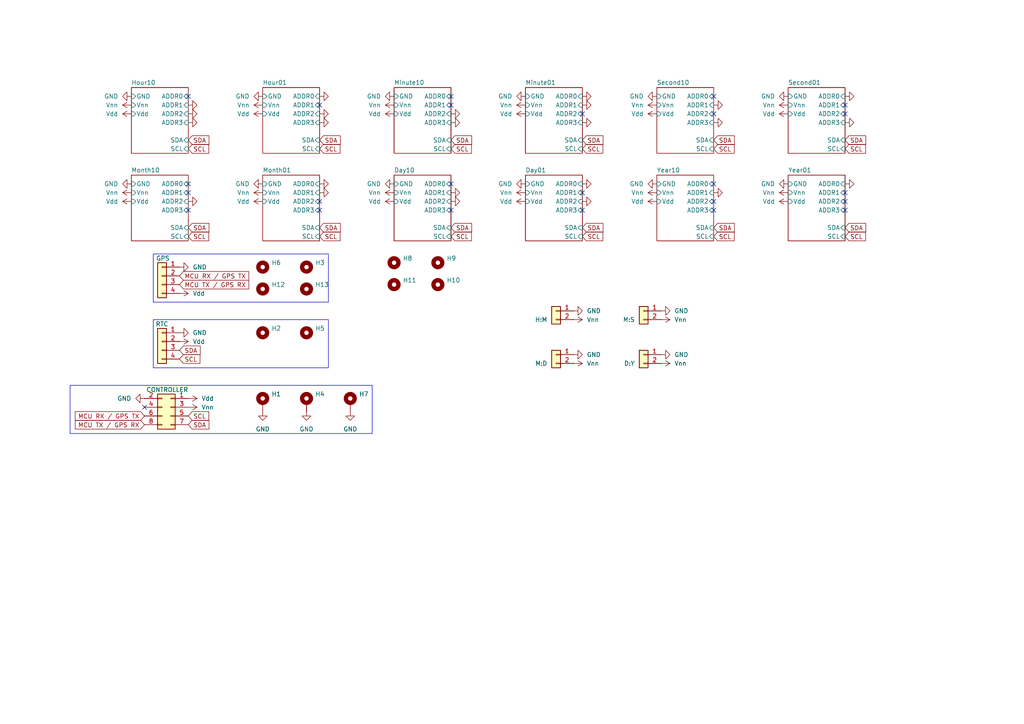
<source format=kicad_sch>
(kicad_sch (version 20231120) (generator "eeschema") (generator_version "8.0")
  (paper "A4")
  (lib_symbols
    (symbol "Connector_Generic:Conn_01x02" (pin_names (offset 1.016) hide)
      (property "Reference" "J" (at 0 2.54 0))
      (property "Value" "Conn_01x02" (at 0 -5.08 0))
      (symbol "Conn_01x02_1_1"
        (rectangle (start -1.27 -2.413) (end 0 -2.667) (stroke (width 0.1524)))
        (rectangle (start -1.27 0.127) (end 0 -0.127) (stroke (width 0.1524)))
        (rectangle (start -1.27 1.27) (end 1.27 -3.81) (stroke (width 0.254)) (fill (type background)))
        (pin passive line (at -5.08 0 0) (length 3.81) (name "Pin_1") (number "1"))
        (pin passive line (at -5.08 -2.54 0) (length 3.81) (name "Pin_2") (number "2"))
      )
    )
    (symbol "Connector_Generic:Conn_01x04" (pin_names (offset 1.016) hide)
      (property "Reference" "J" (at 0 5.08 0))
      (property "Value" "Conn_01x04" (at 0 -7.62 0))
      (symbol "Conn_01x04_1_1"
        (rectangle (start -1.27 -4.953) (end 0 -5.207) (stroke (width 0.1524)))
        (rectangle (start -1.27 -2.413) (end 0 -2.667) (stroke (width 0.1524)))
        (rectangle (start -1.27 0.127) (end 0 -0.127) (stroke (width 0.1524)))
        (rectangle (start -1.27 2.667) (end 0 2.413) (stroke (width 0.1524)))
        (rectangle (start -1.27 3.81) (end 1.27 -6.35) (stroke (width 0.254)) (fill (type background)))
        (pin passive line (at -5.08 2.54 0) (length 3.81) (name "Pin_1") (number "1"))
        (pin passive line (at -5.08 0 0) (length 3.81) (name "Pin_2") (number "2"))
        (pin passive line (at -5.08 -2.54 0) (length 3.81) (name "Pin_3") (number "3"))
        (pin passive line (at -5.08 -5.08 0) (length 3.81) (name "Pin_4") (number "4"))
      )
    )
    (symbol "Connector_Generic:Conn_02x04_Odd_Even" (pin_names (offset 1.016) hide)
      (property "Reference" "J" (at 1.27 5.08 0))
      (property "Value" "Conn_02x04_Odd_Even" (at 1.27 -7.62 0))
      (symbol "Conn_02x04_Odd_Even_1_1"
        (rectangle (start -1.27 -4.953) (end 0 -5.207) (stroke (width 0.1524)))
        (rectangle (start -1.27 -2.413) (end 0 -2.667) (stroke (width 0.1524)))
        (rectangle (start -1.27 0.127) (end 0 -0.127) (stroke (width 0.1524)))
        (rectangle (start -1.27 2.667) (end 0 2.413) (stroke (width 0.1524)))
        (rectangle (start -1.27 3.81) (end 3.81 -6.35) (stroke (width 0.254)) (fill (type background)))
        (rectangle (start 3.81 -4.953) (end 2.54 -5.207) (stroke (width 0.1524)))
        (rectangle (start 3.81 -2.413) (end 2.54 -2.667) (stroke (width 0.1524)))
        (rectangle (start 3.81 0.127) (end 2.54 -0.127) (stroke (width 0.1524)))
        (rectangle (start 3.81 2.667) (end 2.54 2.413) (stroke (width 0.1524)))
        (pin passive line (at -5.08 2.54 0) (length 3.81) (name "Pin_1") (number "1"))
        (pin passive line (at 7.62 2.54 180) (length 3.81) (name "Pin_2") (number "2"))
        (pin passive line (at -5.08 0 0) (length 3.81) (name "Pin_3") (number "3"))
        (pin passive line (at 7.62 0 180) (length 3.81) (name "Pin_4") (number "4"))
        (pin passive line (at -5.08 -2.54 0) (length 3.81) (name "Pin_5") (number "5"))
        (pin passive line (at 7.62 -2.54 180) (length 3.81) (name "Pin_6") (number "6"))
        (pin passive line (at -5.08 -5.08 0) (length 3.81) (name "Pin_7") (number "7"))
        (pin passive line (at 7.62 -5.08 180) (length 3.81) (name "Pin_8") (number "8"))
      )
    )
    (symbol "Mechanical:MountingHole" (pin_names (offset 1.016)) (exclude_from_sim yes) (in_bom no)
      (property "Reference" "H" (at 0 5.08 0))
      (property "Value" "MountingHole" (at 0 3.175 0))
      (symbol "MountingHole_0_1"
        (circle (center 0 0) (radius 1.27) (stroke (width 1.27)))
      )
    )
    (symbol "Mechanical:MountingHole_Pad" (pin_numbers hide) (pin_names (offset 1.016) hide) (exclude_from_sim yes) (in_bom no)
      (property "Reference" "H" (at 0 6.35 0))
      (property "Value" "MountingHole_Pad" (at 0 4.445 0))
      (symbol "MountingHole_Pad_0_1"
        (circle (center 0 1.27) (radius 1.27) (stroke (width 1.27)))
      )
      (symbol "MountingHole_Pad_1_1"
        (pin input line (at 0 -2.54 90) (length 2.54) (name "1") (number "1"))
      )
    )
    (symbol "power:+5V" (power) (pin_numbers hide) (pin_names (offset 0) hide)
      (property "Value" "+5V" (at 0 3.556 0))
      (symbol "+5V_0_1"
        (polyline (pts (xy -0.762 1.27) (xy 0 2.54)))
        (polyline (pts (xy 0 0) (xy 0 2.54)))
        (polyline (pts (xy 0 2.54) (xy 0.762 1.27)))
      )
      (symbol "+5V_1_1"
        (pin power_in line (at 0 0 90) (length 0) (name "~") (number "1"))
      )
    )
    (symbol "power:GND" (power) (pin_numbers hide) (pin_names (offset 0) hide)
      (property "Value" "GND" (at 0 -3.81 0))
      (symbol "GND_0_1"
        (polyline (pts (xy 0 0) (xy 0 -1.27) (xy 1.27 -1.27) (xy 0 -2.54) (xy -1.27 -1.27) (xy 0 -1.27)))
      )
      (symbol "GND_1_1"
        (pin power_in line (at 0 0 270) (length 0) (name "~") (number "1"))
      )
    )
  )
  (no_connect (at 207.01 53.34))
  (no_connect (at 41.91 118.11))
  (no_connect (at 245.11 30.48))
  (no_connect (at 245.11 55.88))
  (no_connect (at 168.91 55.88))
  (no_connect (at 130.81 60.96))
  (no_connect (at 54.61 55.88))
  (no_connect (at 207.01 33.02))
  (no_connect (at 245.11 58.42))
  (no_connect (at 54.61 53.34))
  (no_connect (at 207.01 58.42))
  (no_connect (at 54.61 60.96))
  (no_connect (at 130.81 30.48))
  (no_connect (at 245.11 33.02))
  (no_connect (at 92.71 60.96))
  (no_connect (at 168.91 60.96))
  (no_connect (at 168.91 33.02))
  (no_connect (at 92.71 58.42))
  (no_connect (at 92.71 30.48))
  (no_connect (at 207.01 60.96))
  (no_connect (at 207.01 27.94))
  (no_connect (at 130.81 53.34))
  (no_connect (at 130.81 27.94))
  (no_connect (at 245.11 60.96))
  (no_connect (at 54.61 27.94))
  (rectangle (start 44.45 73.66) (end 95.25 87.63))
  (rectangle (start 20.32 111.76) (end 107.95 125.73))
  (rectangle (start 44.45 92.71) (end 95.25 106.68))
  (global_label "SDA" (shape input) (at 130.81 66.04 0) (property "Intersheetrefs" "${INTERSHEET_REFS}" (effects (hide yes))))
  (global_label "SCL" (shape input) (at 207.01 68.58 0) (property "Intersheetrefs" "${INTERSHEET_REFS}" (effects (hide yes))))
  (global_label "SCL" (shape input) (at 54.61 120.65 0) (property "Intersheetrefs" "${INTERSHEET_REFS}" (effects (hide yes))))
  (global_label "SDA" (shape input) (at 52.07 101.6 0) (property "Intersheetrefs" "${INTERSHEET_REFS}" (effects (hide yes))))
  (global_label "MCU TX {slash} GPS RX" (shape input) (at 41.91 123.19 180) (property "Intersheetrefs" "${INTERSHEET_REFS}" (effects (hide yes))))
  (global_label "SDA" (shape input) (at 92.71 40.64 0) (property "Intersheetrefs" "${INTERSHEET_REFS}" (effects (hide yes))))
  (global_label "SCL" (shape input) (at 92.71 43.18 0) (property "Intersheetrefs" "${INTERSHEET_REFS}" (effects (hide yes))))
  (global_label "SCL" (shape input) (at 92.71 68.58 0) (property "Intersheetrefs" "${INTERSHEET_REFS}" (effects (hide yes))))
  (global_label "MCU TX {slash} GPS RX" (shape input) (at 52.07 82.55 0) (property "Intersheetrefs" "${INTERSHEET_REFS}" (effects (hide yes))))
  (global_label "SDA" (shape input) (at 207.01 40.64 0) (property "Intersheetrefs" "${INTERSHEET_REFS}" (effects (hide yes))))
  (global_label "SDA" (shape input) (at 92.71 66.04 0) (property "Intersheetrefs" "${INTERSHEET_REFS}" (effects (hide yes))))
  (global_label "SDA" (shape input) (at 207.01 66.04 0) (property "Intersheetrefs" "${INTERSHEET_REFS}" (effects (hide yes))))
  (global_label "MCU RX {slash} GPS TX" (shape input) (at 41.91 120.65 180) (property "Intersheetrefs" "${INTERSHEET_REFS}" (effects (hide yes))))
  (global_label "SCL" (shape input) (at 168.91 43.18 0) (property "Intersheetrefs" "${INTERSHEET_REFS}" (effects (hide yes))))
  (global_label "SCL" (shape input) (at 54.61 68.58 0) (property "Intersheetrefs" "${INTERSHEET_REFS}" (effects (hide yes))))
  (global_label "SCL" (shape input) (at 130.81 43.18 0) (property "Intersheetrefs" "${INTERSHEET_REFS}" (effects (hide yes))))
  (global_label "SCL" (shape input) (at 54.61 43.18 0) (property "Intersheetrefs" "${INTERSHEET_REFS}" (effects (hide yes))))
  (global_label "MCU RX {slash} GPS TX" (shape input) (at 52.07 80.01 0) (property "Intersheetrefs" "${INTERSHEET_REFS}" (effects (hide yes))))
  (global_label "SDA" (shape input) (at 168.91 66.04 0) (property "Intersheetrefs" "${INTERSHEET_REFS}" (effects (hide yes))))
  (global_label "SCL" (shape input) (at 168.91 68.58 0) (property "Intersheetrefs" "${INTERSHEET_REFS}" (effects (hide yes))))
  (global_label "SDA" (shape input) (at 54.61 66.04 0) (property "Intersheetrefs" "${INTERSHEET_REFS}" (effects (hide yes))))
  (global_label "SCL" (shape input) (at 245.11 68.58 0) (property "Intersheetrefs" "${INTERSHEET_REFS}" (effects (hide yes))))
  (global_label "SDA" (shape input) (at 168.91 40.64 0) (property "Intersheetrefs" "${INTERSHEET_REFS}" (effects (hide yes))))
  (global_label "SCL" (shape input) (at 245.11 43.18 0) (property "Intersheetrefs" "${INTERSHEET_REFS}" (effects (hide yes))))
  (global_label "SDA" (shape input) (at 54.61 40.64 0) (property "Intersheetrefs" "${INTERSHEET_REFS}" (effects (hide yes))))
  (global_label "SCL" (shape input) (at 52.07 104.14 0) (property "Intersheetrefs" "${INTERSHEET_REFS}" (effects (hide yes))))
  (global_label "SDA" (shape input) (at 54.61 123.19 0) (property "Intersheetrefs" "${INTERSHEET_REFS}" (effects (hide yes))))
  (global_label "SDA" (shape input) (at 245.11 40.64 0) (property "Intersheetrefs" "${INTERSHEET_REFS}" (effects (hide yes))))
  (global_label "SCL" (shape input) (at 130.81 68.58 0) (property "Intersheetrefs" "${INTERSHEET_REFS}" (effects (hide yes))))
  (global_label "SDA" (shape input) (at 245.11 66.04 0) (property "Intersheetrefs" "${INTERSHEET_REFS}" (effects (hide yes))))
  (global_label "SDA" (shape input) (at 130.81 40.64 0) (property "Intersheetrefs" "${INTERSHEET_REFS}" (effects (hide yes))))
  (global_label "SCL" (shape input) (at 207.01 43.18 0) (property "Intersheetrefs" "${INTERSHEET_REFS}" (effects (hide yes))))
  (symbol (lib_id "Mechanical:MountingHole") (at 88.9 96.52 0) (unit 1) (exclude_from_sim yes) (in_bom no)
    (property "Reference" "H5" (at 91.44 95.2499 0) (effects (justify left)))
    (property "Value" "MountingHole" (effects (hide yes)))
    (property "Footprint" "MountingHole:MountingHole_2.5mm" (effects (hide yes)))
    (property "Description" "Mounting Hole without connection" (effects (hide yes)))
  )
  (symbol (lib_id "power:GND") (at 41.91 115.57 270) (unit 1)
    (property "Reference" "#PWR07" (effects (hide yes)))
    (property "Value" "GND" (at 38.1 115.5701 90) (effects (justify right)))
    (property "Description" "Power symbol creates a global label with name \"GND\" , ground" (effects (hide yes)))
  )
  (symbol (lib_id "power:+5V") (at 38.1 58.42 90) (unit 1)
    (property "Reference" "#PWR06" (effects (hide yes)))
    (property "Value" "Vdd" (at 34.29 58.4199 90) (effects (justify left)))
    (property "Description" "Power symbol creates a global label with name \"+5V\"" (effects (hide yes)))
  )
  (symbol (lib_id "power:+5V") (at 76.2 30.48 90) (unit 1)
    (property "Reference" "#PWR020" (effects (hide yes)))
    (property "Value" "Vnn" (at 72.39 30.4799 90) (effects (justify left)))
    (property "Description" "Power symbol creates a global label with name \"+5V\"" (effects (hide yes)))
  )
  (symbol (lib_id "Mechanical:MountingHole") (at 88.9 83.82 0) (unit 1) (exclude_from_sim yes) (in_bom no)
    (property "Reference" "H13" (at 91.44 82.5499 0) (effects (justify left)))
    (property "Value" "MountingHole" (effects (hide yes)))
    (property "Footprint" "MountingHole:MountingHole_3.2mm_M3" (effects (hide yes)))
    (property "Description" "Mounting Hole without connection" (effects (hide yes)))
  )
  (symbol (lib_id "Mechanical:MountingHole_Pad") (at 88.9 116.84 0) (unit 1) (exclude_from_sim yes) (in_bom no)
    (property "Reference" "H4" (at 91.44 114.2999 0) (effects (justify left)))
    (property "Value" "MountingHole_Pad" (effects (hide yes)))
    (property "Footprint" "MountingHole:MountingHole_2.5mm_Pad" (effects (hide yes)))
    (property "Description" "Mounting Hole with connection" (effects (hide yes)))
  )
  (symbol (lib_id "power:GND") (at 92.71 35.56 90) (unit 1)
    (property "Reference" "#PWR029" (effects (hide yes)))
    (property "Value" "GND" (effects (hide yes)))
    (property "Description" "Power symbol creates a global label with name \"GND\" , ground" (effects (hide yes)))
  )
  (symbol (lib_id "power:GND") (at 207.01 30.48 90) (unit 1)
    (property "Reference" "#PWR067" (effects (hide yes)))
    (property "Value" "GND" (effects (hide yes)))
    (property "Description" "Power symbol creates a global label with name \"GND\" , ground" (effects (hide yes)))
  )
  (symbol (lib_id "power:GND") (at 52.07 96.52 90) (unit 1)
    (property "Reference" "#PWR015" (effects (hide yes)))
    (property "Value" "GND" (at 55.88 96.5199 90) (effects (justify right)))
    (property "Description" "Power symbol creates a global label with name \"GND\" , ground" (effects (hide yes)))
  )
  (symbol (lib_id "Mechanical:MountingHole") (at 76.2 96.52 0) (unit 1) (exclude_from_sim yes) (in_bom no)
    (property "Reference" "H2" (at 78.74 95.2499 0) (effects (justify left)))
    (property "Value" "MountingHole" (effects (hide yes)))
    (property "Footprint" "MountingHole:MountingHole_2.5mm" (effects (hide yes)))
    (property "Description" "Mounting Hole without connection" (effects (hide yes)))
  )
  (symbol (lib_id "power:+5V") (at 152.4 58.42 90) (unit 1)
    (property "Reference" "#PWR047" (effects (hide yes)))
    (property "Value" "Vdd" (at 148.59 58.4199 90) (effects (justify left)))
    (property "Description" "Power symbol creates a global label with name \"+5V\"" (effects (hide yes)))
  )
  (symbol (lib_id "power:GND") (at 54.61 30.48 90) (unit 1)
    (property "Reference" "#PWR08" (effects (hide yes)))
    (property "Value" "GND" (effects (hide yes)))
    (property "Description" "Power symbol creates a global label with name \"GND\" , ground" (effects (hide yes)))
  )
  (symbol (lib_id "power:GND") (at 191.77 102.87 90) (unit 1)
    (property "Reference" "#PWR065" (effects (hide yes)))
    (property "Value" "GND" (at 195.58 102.8699 90) (effects (justify right)))
    (property "Description" "Power symbol creates a global label with name \"GND\" , ground" (effects (hide yes)))
  )
  (symbol (lib_id "power:+5V") (at 52.07 85.09 270) (unit 1)
    (property "Reference" "#PWR014" (effects (hide yes)))
    (property "Value" "Vdd" (at 55.88 85.0899 90) (effects (justify left)))
    (property "Description" "Power symbol creates a global label with name \"+5V\"" (effects (hide yes)))
  )
  (symbol (lib_id "power:+5V") (at 114.3 55.88 90) (unit 1)
    (property "Reference" "#PWR037" (effects (hide yes)))
    (property "Value" "Vnn" (at 110.49 55.8799 90) (effects (justify left)))
    (property "Description" "Power symbol creates a global label with name \"+5V\"" (effects (hide yes)))
  )
  (symbol (lib_id "power:GND") (at 168.91 27.94 90) (unit 1)
    (property "Reference" "#PWR052" (effects (hide yes)))
    (property "Value" "GND" (effects (hide yes)))
    (property "Description" "Power symbol creates a global label with name \"GND\" , ground" (effects (hide yes)))
  )
  (symbol (lib_id "Connector_Generic:Conn_01x02") (at 186.69 90.17 0) (mirror y) (unit 1)
    (property "Reference" "J6" (effects (hide yes)))
    (property "Value" "M:S" (at 184.15 92.7099 0) (effects (justify left)))
    (property "Footprint" "Connector_PinSocket_2.54mm:PinSocket_1x02_P2.54mm_Vertical" (effects (hide yes)))
    (property "Description" "Generic connector, single row, 01x02, script generated (kicad-library-utils/schlib/autogen/connector/)" (effects (hide yes)))
  )
  (symbol (lib_id "Mechanical:MountingHole") (at 127 82.55 0) (unit 1) (exclude_from_sim yes) (in_bom no)
    (property "Reference" "H10" (at 129.54 81.2799 0) (effects (justify left)))
    (property "Value" "MountingHole" (effects (hide yes)))
    (property "Footprint" "MountingHole:MountingHole_3.2mm_M3" (effects (hide yes)))
    (property "Description" "Mounting Hole without connection" (effects (hide yes)))
  )
  (symbol (lib_id "power:GND") (at 190.5 27.94 270) (unit 1)
    (property "Reference" "#PWR057" (effects (hide yes)))
    (property "Value" "GND" (at 186.69 27.9399 90) (effects (justify right)))
    (property "Description" "Power symbol creates a global label with name \"GND\" , ground" (effects (hide yes)))
  )
  (symbol (lib_id "power:+5V") (at 54.61 115.57 270) (unit 1)
    (property "Reference" "#PWR017" (effects (hide yes)))
    (property "Value" "Vdd" (at 58.42 115.5699 90) (effects (justify left)))
    (property "Description" "Power symbol creates a global label with name \"+5V\"" (effects (hide yes)))
  )
  (symbol (lib_id "power:+5V") (at 190.5 55.88 90) (unit 1)
    (property "Reference" "#PWR061" (effects (hide yes)))
    (property "Value" "Vnn" (at 186.69 55.8799 90) (effects (justify left)))
    (property "Description" "Power symbol creates a global label with name \"+5V\"" (effects (hide yes)))
  )
  (symbol (lib_id "power:GND") (at 228.6 53.34 270) (unit 1)
    (property "Reference" "#PWR073" (effects (hide yes)))
    (property "Value" "GND" (at 224.79 53.3399 90) (effects (justify right)))
    (property "Description" "Power symbol creates a global label with name \"GND\" , ground" (effects (hide yes)))
  )
  (symbol (lib_id "power:+5V") (at 152.4 55.88 90) (unit 1)
    (property "Reference" "#PWR046" (effects (hide yes)))
    (property "Value" "Vnn" (at 148.59 55.8799 90) (effects (justify left)))
    (property "Description" "Power symbol creates a global label with name \"+5V\"" (effects (hide yes)))
  )
  (symbol (lib_id "power:GND") (at 245.11 35.56 90) (unit 1)
    (property "Reference" "#PWR077" (effects (hide yes)))
    (property "Value" "GND" (effects (hide yes)))
    (property "Description" "Power symbol creates a global label with name \"GND\" , ground" (effects (hide yes)))
  )
  (symbol (lib_id "power:GND") (at 130.81 35.56 90) (unit 1)
    (property "Reference" "#PWR040" (effects (hide yes)))
    (property "Value" "GND" (effects (hide yes)))
    (property "Description" "Power symbol creates a global label with name \"GND\" , ground" (effects (hide yes)))
  )
  (symbol (lib_id "power:GND") (at 228.6 27.94 270) (unit 1)
    (property "Reference" "#PWR070" (effects (hide yes)))
    (property "Value" "GND" (at 224.79 27.9399 90) (effects (justify right)))
    (property "Description" "Power symbol creates a global label with name \"GND\" , ground" (effects (hide yes)))
  )
  (symbol (lib_id "power:GND") (at 168.91 53.34 90) (unit 1)
    (property "Reference" "#PWR031" (effects (hide yes)))
    (property "Value" "GND" (effects (hide yes)))
    (property "Description" "Power symbol creates a global label with name \"GND\" , ground" (effects (hide yes)))
  )
  (symbol (lib_id "power:GND") (at 76.2 119.38 0) (unit 1)
    (property "Reference" "#PWR025" (effects (hide yes)))
    (property "Value" "GND" (at 76.2 124.46 0))
    (property "Description" "Power symbol creates a global label with name \"GND\" , ground" (effects (hide yes)))
  )
  (symbol (lib_id "power:+5V") (at 38.1 30.48 90) (unit 1)
    (property "Reference" "#PWR02" (effects (hide yes)))
    (property "Value" "Vnn" (at 34.29 30.4799 90) (effects (justify left)))
    (property "Description" "Power symbol creates a global label with name \"+5V\"" (effects (hide yes)))
  )
  (symbol (lib_id "power:+5V") (at 152.4 33.02 90) (unit 1)
    (property "Reference" "#PWR044" (effects (hide yes)))
    (property "Value" "Vdd" (at 148.59 33.0199 90) (effects (justify left)))
    (property "Description" "Power symbol creates a global label with name \"+5V\"" (effects (hide yes)))
  )
  (symbol (lib_id "power:GND") (at 191.77 90.17 90) (unit 1)
    (property "Reference" "#PWR063" (effects (hide yes)))
    (property "Value" "GND" (at 195.58 90.1699 90) (effects (justify right)))
    (property "Description" "Power symbol creates a global label with name \"GND\" , ground" (effects (hide yes)))
  )
  (symbol (lib_id "power:GND") (at 130.81 33.02 90) (unit 1)
    (property "Reference" "#PWR039" (effects (hide yes)))
    (property "Value" "GND" (effects (hide yes)))
    (property "Description" "Power symbol creates a global label with name \"GND\" , ground" (effects (hide yes)))
  )
  (symbol (lib_id "Connector_Generic:Conn_01x02") (at 186.69 102.87 0) (mirror y) (unit 1)
    (property "Reference" "J7" (effects (hide yes)))
    (property "Value" "D:Y" (at 184.15 105.4099 0) (effects (justify left)))
    (property "Footprint" "Connector_PinSocket_2.54mm:PinSocket_1x02_P2.54mm_Vertical" (effects (hide yes)))
    (property "Description" "Generic connector, single row, 01x02, script generated (kicad-library-utils/schlib/autogen/connector/)" (effects (hide yes)))
  )
  (symbol (lib_id "power:GND") (at 54.61 33.02 90) (unit 1)
    (property "Reference" "#PWR09" (effects (hide yes)))
    (property "Value" "GND" (effects (hide yes)))
    (property "Description" "Power symbol creates a global label with name \"GND\" , ground" (effects (hide yes)))
  )
  (symbol (lib_id "power:GND") (at 168.91 35.56 90) (unit 1)
    (property "Reference" "#PWR054" (effects (hide yes)))
    (property "Value" "GND" (effects (hide yes)))
    (property "Description" "Power symbol creates a global label with name \"GND\" , ground" (effects (hide yes)))
  )
  (symbol (lib_id "power:GND") (at 92.71 33.02 90) (unit 1)
    (property "Reference" "#PWR028" (effects (hide yes)))
    (property "Value" "GND" (effects (hide yes)))
    (property "Description" "Power symbol creates a global label with name \"GND\" , ground" (effects (hide yes)))
  )
  (symbol (lib_id "power:+5V") (at 228.6 58.42 90) (unit 1)
    (property "Reference" "#PWR075" (effects (hide yes)))
    (property "Value" "Vdd" (at 224.79 58.4199 90) (effects (justify left)))
    (property "Description" "Power symbol creates a global label with name \"+5V\"" (effects (hide yes)))
  )
  (symbol (lib_id "power:GND") (at 190.5 53.34 270) (unit 1)
    (property "Reference" "#PWR060" (effects (hide yes)))
    (property "Value" "GND" (at 186.69 53.3399 90) (effects (justify right)))
    (property "Description" "Power symbol creates a global label with name \"GND\" , ground" (effects (hide yes)))
  )
  (symbol (lib_id "Mechanical:MountingHole") (at 88.9 77.47 0) (unit 1) (exclude_from_sim yes) (in_bom no)
    (property "Reference" "H3" (at 91.44 76.1999 0) (effects (justify left)))
    (property "Value" "MountingHole" (effects (hide yes)))
    (property "Footprint" "MountingHole:MountingHole_3.2mm_M3" (effects (hide yes)))
    (property "Description" "Mounting Hole without connection" (effects (hide yes)))
  )
  (symbol (lib_id "Mechanical:MountingHole") (at 114.3 76.2 0) (unit 1) (exclude_from_sim yes) (in_bom no)
    (property "Reference" "H8" (at 116.84 74.9299 0) (effects (justify left)))
    (property "Value" "MountingHole" (effects (hide yes)))
    (property "Footprint" "MountingHole:MountingHole_3.2mm_M3" (effects (hide yes)))
    (property "Description" "Mounting Hole without connection" (effects (hide yes)))
  )
  (symbol (lib_id "power:+5V") (at 38.1 33.02 90) (unit 1)
    (property "Reference" "#PWR03" (effects (hide yes)))
    (property "Value" "Vdd" (at 34.29 33.0199 90) (effects (justify left)))
    (property "Description" "Power symbol creates a global label with name \"+5V\"" (effects (hide yes)))
  )
  (symbol (lib_id "Connector_Generic:Conn_01x04") (at 46.99 99.06 0) (mirror y) (unit 1)
    (property "Reference" "J2" (effects (hide yes)))
    (property "Value" "RTC" (at 46.99 93.98 0))
    (property "Footprint" "Connector_PinSocket_2.54mm:PinSocket_1x04_P2.54mm_Vertical" (effects (hide yes)))
    (property "Description" "Generic connector, single row, 01x04, script generated (kicad-library-utils/schlib/autogen/connector/)" (effects (hide yes)))
  )
  (symbol (lib_id "power:GND") (at 76.2 53.34 270) (unit 1)
    (property "Reference" "#PWR022" (effects (hide yes)))
    (property "Value" "GND" (at 72.39 53.3399 90) (effects (justify right)))
    (property "Description" "Power symbol creates a global label with name \"GND\" , ground" (effects (hide yes)))
  )
  (symbol (lib_id "Mechanical:MountingHole_Pad") (at 76.2 116.84 0) (unit 1) (exclude_from_sim yes) (in_bom no)
    (property "Reference" "H1" (at 78.74 114.2999 0) (effects (justify left)))
    (property "Value" "MountingHole_Pad" (effects (hide yes)))
    (property "Footprint" "MountingHole:MountingHole_2.5mm_Pad" (effects (hide yes)))
    (property "Description" "Mounting Hole with connection" (effects (hide yes)))
  )
  (symbol (lib_id "power:+5V") (at 114.3 33.02 90) (unit 1)
    (property "Reference" "#PWR035" (effects (hide yes)))
    (property "Value" "Vdd" (at 110.49 33.0199 90) (effects (justify left)))
    (property "Description" "Power symbol creates a global label with name \"+5V\"" (effects (hide yes)))
  )
  (symbol (lib_id "power:+5V") (at 114.3 30.48 90) (unit 1)
    (property "Reference" "#PWR034" (effects (hide yes)))
    (property "Value" "Vnn" (at 110.49 30.4799 90) (effects (justify left)))
    (property "Description" "Power symbol creates a global label with name \"+5V\"" (effects (hide yes)))
  )
  (symbol (lib_id "power:GND") (at 168.91 58.42 90) (unit 1)
    (property "Reference" "#PWR030" (effects (hide yes)))
    (property "Value" "GND" (effects (hide yes)))
    (property "Description" "Power symbol creates a global label with name \"GND\" , ground" (effects (hide yes)))
  )
  (symbol (lib_id "power:+5V") (at 228.6 33.02 90) (unit 1)
    (property "Reference" "#PWR072" (effects (hide yes)))
    (property "Value" "Vdd" (at 224.79 33.0199 90) (effects (justify left)))
    (property "Description" "Power symbol creates a global label with name \"+5V\"" (effects (hide yes)))
  )
  (symbol (lib_id "power:+5V") (at 228.6 55.88 90) (unit 1)
    (property "Reference" "#PWR074" (effects (hide yes)))
    (property "Value" "Vnn" (at 224.79 55.8799 90) (effects (justify left)))
    (property "Description" "Power symbol creates a global label with name \"+5V\"" (effects (hide yes)))
  )
  (symbol (lib_id "power:GND") (at 245.11 53.34 90) (unit 1)
    (property "Reference" "#PWR078" (effects (hide yes)))
    (property "Value" "GND" (effects (hide yes)))
    (property "Description" "Power symbol creates a global label with name \"GND\" , ground" (effects (hide yes)))
  )
  (symbol (lib_id "power:GND") (at 114.3 53.34 270) (unit 1)
    (property "Reference" "#PWR036" (effects (hide yes)))
    (property "Value" "GND" (at 110.49 53.3399 90) (effects (justify right)))
    (property "Description" "Power symbol creates a global label with name \"GND\" , ground" (effects (hide yes)))
  )
  (symbol (lib_id "power:GND") (at 166.37 102.87 90) (unit 1)
    (property "Reference" "#PWR050" (effects (hide yes)))
    (property "Value" "GND" (at 170.18 102.8699 90) (effects (justify right)))
    (property "Description" "Power symbol creates a global label with name \"GND\" , ground" (effects (hide yes)))
  )
  (symbol (lib_id "Mechanical:MountingHole") (at 76.2 77.47 0) (unit 1) (exclude_from_sim yes) (in_bom no)
    (property "Reference" "H6" (at 78.74 76.1999 0) (effects (justify left)))
    (property "Value" "MountingHole" (effects (hide yes)))
    (property "Footprint" "MountingHole:MountingHole_3.2mm_M3" (effects (hide yes)))
    (property "Description" "Mounting Hole without connection" (effects (hide yes)))
  )
  (symbol (lib_id "power:GND") (at 92.71 53.34 90) (unit 1)
    (property "Reference" "#PWR056" (effects (hide yes)))
    (property "Value" "GND" (effects (hide yes)))
    (property "Description" "Power symbol creates a global label with name \"GND\" , ground" (effects (hide yes)))
  )
  (symbol (lib_id "power:GND") (at 76.2 27.94 270) (unit 1)
    (property "Reference" "#PWR019" (effects (hide yes)))
    (property "Value" "GND" (at 72.39 27.9399 90) (effects (justify right)))
    (property "Description" "Power symbol creates a global label with name \"GND\" , ground" (effects (hide yes)))
  )
  (symbol (lib_id "power:GND") (at 207.01 55.88 90) (unit 1)
    (property "Reference" "#PWR069" (effects (hide yes)))
    (property "Value" "GND" (effects (hide yes)))
    (property "Description" "Power symbol creates a global label with name \"GND\" , ground" (effects (hide yes)))
  )
  (symbol (lib_id "power:GND") (at 92.71 27.94 90) (unit 1)
    (property "Reference" "#PWR027" (effects (hide yes)))
    (property "Value" "GND" (effects (hide yes)))
    (property "Description" "Power symbol creates a global label with name \"GND\" , ground" (effects (hide yes)))
  )
  (symbol (lib_id "power:GND") (at 207.01 35.56 90) (unit 1)
    (property "Reference" "#PWR068" (effects (hide yes)))
    (property "Value" "GND" (effects (hide yes)))
    (property "Description" "Power symbol creates a global label with name \"GND\" , ground" (effects (hide yes)))
  )
  (symbol (lib_id "power:+5V") (at 191.77 92.71 270) (unit 1)
    (property "Reference" "#PWR064" (effects (hide yes)))
    (property "Value" "Vnn" (at 195.58 92.7099 90) (effects (justify left)))
    (property "Description" "Power symbol creates a global label with name \"+5V\"" (effects (hide yes)))
  )
  (symbol (lib_id "power:+5V") (at 190.5 33.02 90) (unit 1)
    (property "Reference" "#PWR059" (effects (hide yes)))
    (property "Value" "Vdd" (at 186.69 33.0199 90) (effects (justify left)))
    (property "Description" "Power symbol creates a global label with name \"+5V\"" (effects (hide yes)))
  )
  (symbol (lib_id "power:GND") (at 101.6 119.38 0) (unit 1)
    (property "Reference" "#PWR032" (effects (hide yes)))
    (property "Value" "GND" (at 101.6 124.46 0))
    (property "Description" "Power symbol creates a global label with name \"GND\" , ground" (effects (hide yes)))
  )
  (symbol (lib_id "power:GND") (at 114.3 27.94 270) (unit 1)
    (property "Reference" "#PWR033" (effects (hide yes)))
    (property "Value" "GND" (at 110.49 27.9399 90) (effects (justify right)))
    (property "Description" "Power symbol creates a global label with name \"GND\" , ground" (effects (hide yes)))
  )
  (symbol (lib_id "Mechanical:MountingHole_Pad") (at 101.6 116.84 0) (unit 1) (exclude_from_sim yes) (in_bom no)
    (property "Reference" "H7" (at 104.14 114.2999 0) (effects (justify left)))
    (property "Value" "MountingHole_Pad" (effects (hide yes)))
    (property "Footprint" "MountingHole:MountingHole_2.5mm_Pad" (effects (hide yes)))
    (property "Description" "Mounting Hole with connection" (effects (hide yes)))
  )
  (symbol (lib_id "power:GND") (at 130.81 55.88 90) (unit 1)
    (property "Reference" "#PWR011" (effects (hide yes)))
    (property "Value" "GND" (effects (hide yes)))
    (property "Description" "Power symbol creates a global label with name \"GND\" , ground" (effects (hide yes)))
  )
  (symbol (lib_id "power:GND") (at 88.9 119.38 0) (unit 1)
    (property "Reference" "#PWR026" (effects (hide yes)))
    (property "Value" "GND" (at 88.9 124.46 0))
    (property "Description" "Power symbol creates a global label with name \"GND\" , ground" (effects (hide yes)))
  )
  (symbol (lib_id "power:GND") (at 38.1 27.94 270) (unit 1)
    (property "Reference" "#PWR01" (effects (hide yes)))
    (property "Value" "GND" (at 34.29 27.9399 90) (effects (justify right)))
    (property "Description" "Power symbol creates a global label with name \"GND\" , ground" (effects (hide yes)))
  )
  (symbol (lib_id "power:+5V") (at 152.4 30.48 90) (unit 1)
    (property "Reference" "#PWR043" (effects (hide yes)))
    (property "Value" "Vnn" (at 148.59 30.4799 90) (effects (justify left)))
    (property "Description" "Power symbol creates a global label with name \"+5V\"" (effects (hide yes)))
  )
  (symbol (lib_id "power:GND") (at 54.61 58.42 90) (unit 1)
    (property "Reference" "#PWR041" (effects (hide yes)))
    (property "Value" "GND" (effects (hide yes)))
    (property "Description" "Power symbol creates a global label with name \"GND\" , ground" (effects (hide yes)))
  )
  (symbol (lib_id "Connector_Generic:Conn_01x02") (at 161.29 90.17 0) (mirror y) (unit 1)
    (property "Reference" "J4" (effects (hide yes)))
    (property "Value" "H:M" (at 158.75 92.7099 0) (effects (justify left)))
    (property "Footprint" "Connector_PinSocket_2.54mm:PinSocket_1x02_P2.54mm_Vertical" (effects (hide yes)))
    (property "Description" "Generic connector, single row, 01x02, script generated (kicad-library-utils/schlib/autogen/connector/)" (effects (hide yes)))
  )
  (symbol (lib_id "power:GND") (at 52.07 77.47 90) (unit 1)
    (property "Reference" "#PWR013" (effects (hide yes)))
    (property "Value" "GND" (at 55.88 77.4699 90) (effects (justify right)))
    (property "Description" "Power symbol creates a global label with name \"GND\" , ground" (effects (hide yes)))
  )
  (symbol (lib_id "power:GND") (at 168.91 30.48 90) (unit 1)
    (property "Reference" "#PWR053" (effects (hide yes)))
    (property "Value" "GND" (effects (hide yes)))
    (property "Description" "Power symbol creates a global label with name \"GND\" , ground" (effects (hide yes)))
  )
  (symbol (lib_id "power:+5V") (at 190.5 58.42 90) (unit 1)
    (property "Reference" "#PWR062" (effects (hide yes)))
    (property "Value" "Vdd" (at 186.69 58.4199 90) (effects (justify left)))
    (property "Description" "Power symbol creates a global label with name \"+5V\"" (effects (hide yes)))
  )
  (symbol (lib_id "power:+5V") (at 54.61 118.11 270) (unit 1)
    (property "Reference" "#PWR018" (effects (hide yes)))
    (property "Value" "Vnn" (at 58.42 118.1099 90) (effects (justify left)))
    (property "Description" "Power symbol creates a global label with name \"+5V\"" (effects (hide yes)))
  )
  (symbol (lib_id "power:+5V") (at 166.37 105.41 270) (unit 1)
    (property "Reference" "#PWR051" (effects (hide yes)))
    (property "Value" "Vnn" (at 170.18 105.4099 90) (effects (justify left)))
    (property "Description" "Power symbol creates a global label with name \"+5V\"" (effects (hide yes)))
  )
  (symbol (lib_id "power:GND") (at 54.61 35.56 90) (unit 1)
    (property "Reference" "#PWR010" (effects (hide yes)))
    (property "Value" "GND" (effects (hide yes)))
    (property "Description" "Power symbol creates a global label with name \"GND\" , ground" (effects (hide yes)))
  )
  (symbol (lib_id "power:+5V") (at 76.2 33.02 90) (unit 1)
    (property "Reference" "#PWR021" (effects (hide yes)))
    (property "Value" "Vdd" (at 72.39 33.0199 90) (effects (justify left)))
    (property "Description" "Power symbol creates a global label with name \"+5V\"" (effects (hide yes)))
  )
  (symbol (lib_id "Connector_Generic:Conn_02x04_Odd_Even") (at 49.53 118.11 0) (mirror y) (unit 1)
    (property "Reference" "J3" (effects (hide yes)))
    (property "Value" "CONTROLLER" (at 48.514 113.03 0))
    (property "Footprint" "Connector_PinSocket_2.54mm:PinSocket_2x04_P2.54mm_Vertical" (effects (hide yes)))
    (property "Description" "Generic connector, double row, 02x04, odd/even pin numbering scheme (row 1 odd numbers, row 2 even numbers), script generated (kicad-library-utils/schlib/autogen/connector/)" (effects (hide yes)))
  )
  (symbol (lib_id "power:+5V") (at 228.6 30.48 90) (unit 1)
    (property "Reference" "#PWR071" (effects (hide yes)))
    (property "Value" "Vnn" (at 224.79 30.4799 90) (effects (justify left)))
    (property "Description" "Power symbol creates a global label with name \"+5V\"" (effects (hide yes)))
  )
  (symbol (lib_id "Connector_Generic:Conn_01x04") (at 46.99 80.01 0) (mirror y) (unit 1)
    (property "Reference" "J1" (effects (hide yes)))
    (property "Value" "GPS" (at 47.244 74.93 0))
    (property "Footprint" "Connector_PinSocket_2.54mm:PinSocket_1x04_P2.54mm_Vertical" (effects (hide yes)))
    (property "Description" "Generic connector, single row, 01x04, script generated (kicad-library-utils/schlib/autogen/connector/)" (effects (hide yes)))
  )
  (symbol (lib_id "power:GND") (at 38.1 53.34 270) (unit 1)
    (property "Reference" "#PWR04" (effects (hide yes)))
    (property "Value" "GND" (at 34.29 53.3399 90) (effects (justify right)))
    (property "Description" "Power symbol creates a global label with name \"GND\" , ground" (effects (hide yes)))
  )
  (symbol (lib_id "power:+5V") (at 76.2 58.42 90) (unit 1)
    (property "Reference" "#PWR024" (effects (hide yes)))
    (property "Value" "Vdd" (at 72.39 58.4199 90) (effects (justify left)))
    (property "Description" "Power symbol creates a global label with name \"+5V\"" (effects (hide yes)))
  )
  (symbol (lib_id "power:+5V") (at 191.77 105.41 270) (unit 1)
    (property "Reference" "#PWR066" (effects (hide yes)))
    (property "Value" "Vnn" (at 195.58 105.4099 90) (effects (justify left)))
    (property "Description" "Power symbol creates a global label with name \"+5V\"" (effects (hide yes)))
  )
  (symbol (lib_id "Connector_Generic:Conn_01x02") (at 161.29 102.87 0) (mirror y) (unit 1)
    (property "Reference" "J5" (effects (hide yes)))
    (property "Value" "M:D" (at 158.75 105.4099 0) (effects (justify left)))
    (property "Footprint" "Connector_PinSocket_2.54mm:PinSocket_1x02_P2.54mm_Vertical" (effects (hide yes)))
    (property "Description" "Generic connector, single row, 01x02, script generated (kicad-library-utils/schlib/autogen/connector/)" (effects (hide yes)))
  )
  (symbol (lib_id "power:GND") (at 166.37 90.17 90) (unit 1)
    (property "Reference" "#PWR048" (effects (hide yes)))
    (property "Value" "GND" (at 170.18 90.1699 90) (effects (justify right)))
    (property "Description" "Power symbol creates a global label with name \"GND\" , ground" (effects (hide yes)))
  )
  (symbol (lib_id "Mechanical:MountingHole") (at 127 76.2 0) (unit 1) (exclude_from_sim yes) (in_bom no)
    (property "Reference" "H9" (at 129.54 74.9299 0) (effects (justify left)))
    (property "Value" "MountingHole" (effects (hide yes)))
    (property "Footprint" "MountingHole:MountingHole_3.2mm_M3" (effects (hide yes)))
    (property "Description" "Mounting Hole without connection" (effects (hide yes)))
  )
  (symbol (lib_id "power:+5V") (at 114.3 58.42 90) (unit 1)
    (property "Reference" "#PWR038" (effects (hide yes)))
    (property "Value" "Vdd" (at 110.49 58.4199 90) (effects (justify left)))
    (property "Description" "Power symbol creates a global label with name \"+5V\"" (effects (hide yes)))
  )
  (symbol (lib_id "Mechanical:MountingHole") (at 76.2 83.82 0) (unit 1) (exclude_from_sim yes) (in_bom no)
    (property "Reference" "H12" (at 78.74 82.5499 0) (effects (justify left)))
    (property "Value" "MountingHole" (effects (hide yes)))
    (property "Footprint" "MountingHole:MountingHole_3.2mm_M3" (effects (hide yes)))
    (property "Description" "Mounting Hole without connection" (effects (hide yes)))
  )
  (symbol (lib_id "power:+5V") (at 190.5 30.48 90) (unit 1)
    (property "Reference" "#PWR058" (effects (hide yes)))
    (property "Value" "Vnn" (at 186.69 30.4799 90) (effects (justify left)))
    (property "Description" "Power symbol creates a global label with name \"+5V\"" (effects (hide yes)))
  )
  (symbol (lib_id "power:GND") (at 130.81 58.42 90) (unit 1)
    (property "Reference" "#PWR012" (effects (hide yes)))
    (property "Value" "GND" (effects (hide yes)))
    (property "Description" "Power symbol creates a global label with name \"GND\" , ground" (effects (hide yes)))
  )
  (symbol (lib_id "power:+5V") (at 76.2 55.88 90) (unit 1)
    (property "Reference" "#PWR023" (effects (hide yes)))
    (property "Value" "Vnn" (at 72.39 55.8799 90) (effects (justify left)))
    (property "Description" "Power symbol creates a global label with name \"+5V\"" (effects (hide yes)))
  )
  (symbol (lib_id "power:GND") (at 92.71 55.88 90) (unit 1)
    (property "Reference" "#PWR055" (effects (hide yes)))
    (property "Value" "GND" (effects (hide yes)))
    (property "Description" "Power symbol creates a global label with name \"GND\" , ground" (effects (hide yes)))
  )
  (symbol (lib_id "power:+5V") (at 52.07 99.06 270) (unit 1)
    (property "Reference" "#PWR016" (effects (hide yes)))
    (property "Value" "Vdd" (at 55.88 99.0599 90) (effects (justify left)))
    (property "Description" "Power symbol creates a global label with name \"+5V\"" (effects (hide yes)))
  )
  (symbol (lib_id "power:GND") (at 152.4 27.94 270) (unit 1)
    (property "Reference" "#PWR042" (effects (hide yes)))
    (property "Value" "GND" (at 148.59 27.9399 90) (effects (justify right)))
    (property "Description" "Power symbol creates a global label with name \"GND\" , ground" (effects (hide yes)))
  )
  (symbol (lib_id "power:+5V") (at 38.1 55.88 90) (unit 1)
    (property "Reference" "#PWR05" (effects (hide yes)))
    (property "Value" "Vnn" (at 34.29 55.8799 90) (effects (justify left)))
    (property "Description" "Power symbol creates a global label with name \"+5V\"" (effects (hide yes)))
  )
  (symbol (lib_id "power:GND") (at 152.4 53.34 270) (unit 1)
    (property "Reference" "#PWR045" (effects (hide yes)))
    (property "Value" "GND" (at 148.59 53.3399 90) (effects (justify right)))
    (property "Description" "Power symbol creates a global label with name \"GND\" , ground" (effects (hide yes)))
  )
  (symbol (lib_id "power:+5V") (at 166.37 92.71 270) (unit 1)
    (property "Reference" "#PWR049" (effects (hide yes)))
    (property "Value" "Vnn" (at 170.18 92.7099 90) (effects (justify left)))
    (property "Description" "Power symbol creates a global label with name \"+5V\"" (effects (hide yes)))
  )
  (symbol (lib_id "Mechanical:MountingHole") (at 114.3 82.55 0) (unit 1) (exclude_from_sim yes) (in_bom no)
    (property "Reference" "H11" (at 116.84 81.2799 0) (effects (justify left)))
    (property "Value" "MountingHole" (effects (hide yes)))
    (property "Footprint" "MountingHole:MountingHole_3.2mm_M3" (effects (hide yes)))
    (property "Description" "Mounting Hole without connection" (effects (hide yes)))
  )
  (symbol (lib_id "power:GND") (at 245.11 27.94 90) (unit 1)
    (property "Reference" "#PWR076" (effects (hide yes)))
    (property "Value" "GND" (effects (hide yes)))
    (property "Description" "Power symbol creates a global label with name \"GND\" , ground" (effects (hide yes)))
  )
  (sheet (at 152.4 50.8) (size 16.51 19.05) (stroke (width 0.1524))
    (property "Sheetname" "Day01" (at 152.4 50.0884 0) (effects (justify left bottom)))
    (property "Sheetfile" "Nixie Headers.kicad_sch" (effects (hide yes)))
    (pin "GND" input (at 152.4 53.34 180))
    (pin "Vnn" input (at 152.4 55.88 180))
    (pin "Vdd" input (at 152.4 58.42 180))
    (pin "ADDR0" input (at 168.91 53.34 0))
    (pin "ADDR2" input (at 168.91 58.42 0))
    (pin "SCL" input (at 168.91 68.58 0))
    (pin "ADDR1" input (at 168.91 55.88 0))
    (pin "SDA" input (at 168.91 66.04 0))
    (pin "ADDR3" input (at 168.91 60.96 0))
  )
  (sheet (at 152.4 25.4) (size 16.51 19.05) (stroke (width 0.1524))
    (property "Sheetname" "Minute01" (at 152.4 24.6884 0) (effects (justify left bottom)))
    (property "Sheetfile" "Nixie Headers.kicad_sch" (effects (hide yes)))
    (pin "GND" input (at 152.4 27.94 180))
    (pin "Vnn" input (at 152.4 30.48 180))
    (pin "Vdd" input (at 152.4 33.02 180))
    (pin "ADDR0" input (at 168.91 27.94 0))
    (pin "ADDR2" input (at 168.91 33.02 0))
    (pin "SCL" input (at 168.91 43.18 0))
    (pin "ADDR1" input (at 168.91 30.48 0))
    (pin "SDA" input (at 168.91 40.64 0))
    (pin "ADDR3" input (at 168.91 35.56 0))
  )
  (sheet (at 114.3 50.8) (size 16.51 19.05) (stroke (width 0.1524))
    (property "Sheetname" "Day10" (at 114.3 50.0884 0) (effects (justify left bottom)))
    (property "Sheetfile" "Nixie Headers.kicad_sch" (effects (hide yes)))
    (pin "GND" input (at 114.3 53.34 180))
    (pin "Vnn" input (at 114.3 55.88 180))
    (pin "Vdd" input (at 114.3 58.42 180))
    (pin "ADDR0" input (at 130.81 53.34 0))
    (pin "ADDR2" input (at 130.81 58.42 0))
    (pin "SCL" input (at 130.81 68.58 0))
    (pin "ADDR1" input (at 130.81 55.88 0))
    (pin "SDA" input (at 130.81 66.04 0))
    (pin "ADDR3" input (at 130.81 60.96 0))
  )
  (sheet (at 190.5 50.8) (size 16.51 19.05) (stroke (width 0.1524))
    (property "Sheetname" "Year10" (at 190.5 50.0884 0) (effects (justify left bottom)))
    (property "Sheetfile" "Nixie Headers.kicad_sch" (effects (hide yes)))
    (pin "GND" input (at 190.5 53.34 180))
    (pin "Vnn" input (at 190.5 55.88 180))
    (pin "Vdd" input (at 190.5 58.42 180))
    (pin "ADDR0" input (at 207.01 53.34 0))
    (pin "ADDR2" input (at 207.01 58.42 0))
    (pin "SCL" input (at 207.01 68.58 0))
    (pin "ADDR1" input (at 207.01 55.88 0))
    (pin "SDA" input (at 207.01 66.04 0))
    (pin "ADDR3" input (at 207.01 60.96 0))
  )
  (sheet (at 114.3 25.4) (size 16.51 19.05) (stroke (width 0.1524))
    (property "Sheetname" "Minute10" (at 114.3 24.6884 0) (effects (justify left bottom)))
    (property "Sheetfile" "Nixie Headers.kicad_sch" (effects (hide yes)))
    (pin "GND" input (at 114.3 27.94 180))
    (pin "Vnn" input (at 114.3 30.48 180))
    (pin "Vdd" input (at 114.3 33.02 180))
    (pin "ADDR0" input (at 130.81 27.94 0))
    (pin "ADDR2" input (at 130.81 33.02 0))
    (pin "SCL" input (at 130.81 43.18 0))
    (pin "ADDR1" input (at 130.81 30.48 0))
    (pin "SDA" input (at 130.81 40.64 0))
    (pin "ADDR3" input (at 130.81 35.56 0))
  )
  (sheet (at 228.6 25.4) (size 16.51 19.05) (stroke (width 0.1524))
    (property "Sheetname" "Second01" (at 228.6 24.6884 0) (effects (justify left bottom)))
    (property "Sheetfile" "Nixie Headers.kicad_sch" (effects (hide yes)))
    (pin "GND" input (at 228.6 27.94 180))
    (pin "Vnn" input (at 228.6 30.48 180))
    (pin "Vdd" input (at 228.6 33.02 180))
    (pin "ADDR0" input (at 245.11 27.94 0))
    (pin "ADDR2" input (at 245.11 33.02 0))
    (pin "SCL" input (at 245.11 43.18 0))
    (pin "ADDR1" input (at 245.11 30.48 0))
    (pin "SDA" input (at 245.11 40.64 0))
    (pin "ADDR3" input (at 245.11 35.56 0))
  )
  (sheet (at 76.2 50.8) (size 16.51 19.05) (stroke (width 0.1524))
    (property "Sheetname" "Month01" (at 76.2 50.0884 0) (effects (justify left bottom)))
    (property "Sheetfile" "Nixie Headers.kicad_sch" (effects (hide yes)))
    (pin "GND" input (at 76.2 53.34 180))
    (pin "Vnn" input (at 76.2 55.88 180))
    (pin "Vdd" input (at 76.2 58.42 180))
    (pin "ADDR0" input (at 92.71 53.34 0))
    (pin "ADDR2" input (at 92.71 58.42 0))
    (pin "SCL" input (at 92.71 68.58 0))
    (pin "ADDR1" input (at 92.71 55.88 0))
    (pin "SDA" input (at 92.71 66.04 0))
    (pin "ADDR3" input (at 92.71 60.96 0))
  )
  (sheet (at 228.6 50.8) (size 16.51 19.05) (stroke (width 0.1524))
    (property "Sheetname" "Year01" (at 228.6 50.0884 0) (effects (justify left bottom)))
    (property "Sheetfile" "Nixie Headers.kicad_sch" (effects (hide yes)))
    (pin "GND" input (at 228.6 53.34 180))
    (pin "Vnn" input (at 228.6 55.88 180))
    (pin "Vdd" input (at 228.6 58.42 180))
    (pin "ADDR0" input (at 245.11 53.34 0))
    (pin "ADDR2" input (at 245.11 58.42 0))
    (pin "SCL" input (at 245.11 68.58 0))
    (pin "ADDR1" input (at 245.11 55.88 0))
    (pin "SDA" input (at 245.11 66.04 0))
    (pin "ADDR3" input (at 245.11 60.96 0))
  )
  (sheet (at 38.1 50.8) (size 16.51 19.05) (stroke (width 0.1524))
    (property "Sheetname" "Month10" (at 38.1 50.0884 0) (effects (justify left bottom)))
    (property "Sheetfile" "Nixie Headers.kicad_sch" (effects (hide yes)))
    (pin "GND" input (at 38.1 53.34 180))
    (pin "Vnn" input (at 38.1 55.88 180))
    (pin "Vdd" input (at 38.1 58.42 180))
    (pin "ADDR0" input (at 54.61 53.34 0))
    (pin "ADDR2" input (at 54.61 58.42 0))
    (pin "SCL" input (at 54.61 68.58 0))
    (pin "ADDR1" input (at 54.61 55.88 0))
    (pin "SDA" input (at 54.61 66.04 0))
    (pin "ADDR3" input (at 54.61 60.96 0))
  )
  (sheet (at 38.1 25.4) (size 16.51 19.05) (stroke (width 0.1524))
    (property "Sheetname" "Hour10" (at 38.1 24.6884 0) (effects (justify left bottom)))
    (property "Sheetfile" "Nixie Headers.kicad_sch" (effects (hide yes)))
    (pin "GND" input (at 38.1 27.94 180))
    (pin "Vnn" input (at 38.1 30.48 180))
    (pin "Vdd" input (at 38.1 33.02 180))
    (pin "ADDR0" input (at 54.61 27.94 0))
    (pin "ADDR2" input (at 54.61 33.02 0))
    (pin "SCL" input (at 54.61 43.18 0))
    (pin "ADDR1" input (at 54.61 30.48 0))
    (pin "SDA" input (at 54.61 40.64 0))
    (pin "ADDR3" input (at 54.61 35.56 0))
  )
  (sheet (at 190.5 25.4) (size 16.51 19.05) (stroke (width 0.1524))
    (property "Sheetname" "Second10" (at 190.5 24.6884 0) (effects (justify left bottom)))
    (property "Sheetfile" "Nixie Headers.kicad_sch" (effects (hide yes)))
    (pin "GND" input (at 190.5 27.94 180))
    (pin "Vnn" input (at 190.5 30.48 180))
    (pin "Vdd" input (at 190.5 33.02 180))
    (pin "ADDR0" input (at 207.01 27.94 0))
    (pin "ADDR2" input (at 207.01 33.02 0))
    (pin "SCL" input (at 207.01 43.18 0))
    (pin "ADDR1" input (at 207.01 30.48 0))
    (pin "SDA" input (at 207.01 40.64 0))
    (pin "ADDR3" input (at 207.01 35.56 0))
  )
  (sheet (at 76.2 25.4) (size 16.51 19.05) (stroke (width 0.1524))
    (property "Sheetname" "Hour01" (at 76.2 24.6884 0) (effects (justify left bottom)))
    (property "Sheetfile" "Nixie Headers.kicad_sch" (effects (hide yes)))
    (pin "GND" input (at 76.2 27.94 180))
    (pin "Vnn" input (at 76.2 30.48 180))
    (pin "Vdd" input (at 76.2 33.02 180))
    (pin "ADDR0" input (at 92.71 27.94 0))
    (pin "ADDR2" input (at 92.71 33.02 0))
    (pin "SCL" input (at 92.71 43.18 0))
    (pin "ADDR1" input (at 92.71 30.48 0))
    (pin "SDA" input (at 92.71 40.64 0))
    (pin "ADDR3" input (at 92.71 35.56 0))
  )
)
</source>
